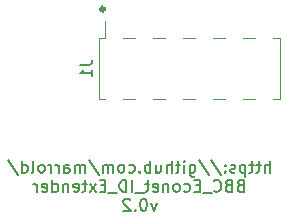
<source format=gbr>
%TF.GenerationSoftware,KiCad,Pcbnew,(6.0.11)*%
%TF.CreationDate,2024-01-05T00:58:30+00:00*%
%TF.ProjectId,Econet_ID_Extender_External,45636f6e-6574-45f4-9944-5f457874656e,rev?*%
%TF.SameCoordinates,Original*%
%TF.FileFunction,Legend,Bot*%
%TF.FilePolarity,Positive*%
%FSLAX46Y46*%
G04 Gerber Fmt 4.6, Leading zero omitted, Abs format (unit mm)*
G04 Created by KiCad (PCBNEW (6.0.11)) date 2024-01-05 00:58:30*
%MOMM*%
%LPD*%
G01*
G04 APERTURE LIST*
%ADD10C,0.341271*%
%ADD11C,0.200000*%
%ADD12C,0.150000*%
%ADD13C,0.120000*%
G04 APERTURE END LIST*
D10*
X141080635Y-86270000D02*
G75*
G03*
X141080635Y-86270000I-170635J0D01*
G01*
D11*
X155050000Y-100108162D02*
X155050000Y-99108162D01*
X154621428Y-100108162D02*
X154621428Y-99584353D01*
X154669047Y-99489115D01*
X154764285Y-99441496D01*
X154907142Y-99441496D01*
X155002380Y-99489115D01*
X155050000Y-99536734D01*
X154288095Y-99441496D02*
X153907142Y-99441496D01*
X154145238Y-99108162D02*
X154145238Y-99965305D01*
X154097619Y-100060543D01*
X154002380Y-100108162D01*
X153907142Y-100108162D01*
X153716666Y-99441496D02*
X153335714Y-99441496D01*
X153573809Y-99108162D02*
X153573809Y-99965305D01*
X153526190Y-100060543D01*
X153430952Y-100108162D01*
X153335714Y-100108162D01*
X153002380Y-99441496D02*
X153002380Y-100441496D01*
X153002380Y-99489115D02*
X152907142Y-99441496D01*
X152716666Y-99441496D01*
X152621428Y-99489115D01*
X152573809Y-99536734D01*
X152526190Y-99631972D01*
X152526190Y-99917686D01*
X152573809Y-100012924D01*
X152621428Y-100060543D01*
X152716666Y-100108162D01*
X152907142Y-100108162D01*
X153002380Y-100060543D01*
X152145238Y-100060543D02*
X152050000Y-100108162D01*
X151859523Y-100108162D01*
X151764285Y-100060543D01*
X151716666Y-99965305D01*
X151716666Y-99917686D01*
X151764285Y-99822448D01*
X151859523Y-99774829D01*
X152002380Y-99774829D01*
X152097619Y-99727210D01*
X152145238Y-99631972D01*
X152145238Y-99584353D01*
X152097619Y-99489115D01*
X152002380Y-99441496D01*
X151859523Y-99441496D01*
X151764285Y-99489115D01*
X151288095Y-100012924D02*
X151240476Y-100060543D01*
X151288095Y-100108162D01*
X151335714Y-100060543D01*
X151288095Y-100012924D01*
X151288095Y-100108162D01*
X151288095Y-99489115D02*
X151240476Y-99536734D01*
X151288095Y-99584353D01*
X151335714Y-99536734D01*
X151288095Y-99489115D01*
X151288095Y-99584353D01*
X150097619Y-99060543D02*
X150954761Y-100346258D01*
X149050000Y-99060543D02*
X149907142Y-100346258D01*
X148288095Y-99441496D02*
X148288095Y-100251020D01*
X148335714Y-100346258D01*
X148383333Y-100393877D01*
X148478571Y-100441496D01*
X148621428Y-100441496D01*
X148716666Y-100393877D01*
X148288095Y-100060543D02*
X148383333Y-100108162D01*
X148573809Y-100108162D01*
X148669047Y-100060543D01*
X148716666Y-100012924D01*
X148764285Y-99917686D01*
X148764285Y-99631972D01*
X148716666Y-99536734D01*
X148669047Y-99489115D01*
X148573809Y-99441496D01*
X148383333Y-99441496D01*
X148288095Y-99489115D01*
X147811904Y-100108162D02*
X147811904Y-99441496D01*
X147811904Y-99108162D02*
X147859523Y-99155782D01*
X147811904Y-99203401D01*
X147764285Y-99155782D01*
X147811904Y-99108162D01*
X147811904Y-99203401D01*
X147478571Y-99441496D02*
X147097619Y-99441496D01*
X147335714Y-99108162D02*
X147335714Y-99965305D01*
X147288095Y-100060543D01*
X147192857Y-100108162D01*
X147097619Y-100108162D01*
X146764285Y-100108162D02*
X146764285Y-99108162D01*
X146335714Y-100108162D02*
X146335714Y-99584353D01*
X146383333Y-99489115D01*
X146478571Y-99441496D01*
X146621428Y-99441496D01*
X146716666Y-99489115D01*
X146764285Y-99536734D01*
X145430952Y-99441496D02*
X145430952Y-100108162D01*
X145859523Y-99441496D02*
X145859523Y-99965305D01*
X145811904Y-100060543D01*
X145716666Y-100108162D01*
X145573809Y-100108162D01*
X145478571Y-100060543D01*
X145430952Y-100012924D01*
X144954761Y-100108162D02*
X144954761Y-99108162D01*
X144954761Y-99489115D02*
X144859523Y-99441496D01*
X144669047Y-99441496D01*
X144573809Y-99489115D01*
X144526190Y-99536734D01*
X144478571Y-99631972D01*
X144478571Y-99917686D01*
X144526190Y-100012924D01*
X144573809Y-100060543D01*
X144669047Y-100108162D01*
X144859523Y-100108162D01*
X144954761Y-100060543D01*
X144050000Y-100012924D02*
X144002380Y-100060543D01*
X144050000Y-100108162D01*
X144097619Y-100060543D01*
X144050000Y-100012924D01*
X144050000Y-100108162D01*
X143145238Y-100060543D02*
X143240476Y-100108162D01*
X143430952Y-100108162D01*
X143526190Y-100060543D01*
X143573809Y-100012924D01*
X143621428Y-99917686D01*
X143621428Y-99631972D01*
X143573809Y-99536734D01*
X143526190Y-99489115D01*
X143430952Y-99441496D01*
X143240476Y-99441496D01*
X143145238Y-99489115D01*
X142573809Y-100108162D02*
X142669047Y-100060543D01*
X142716666Y-100012924D01*
X142764285Y-99917686D01*
X142764285Y-99631972D01*
X142716666Y-99536734D01*
X142669047Y-99489115D01*
X142573809Y-99441496D01*
X142430952Y-99441496D01*
X142335714Y-99489115D01*
X142288095Y-99536734D01*
X142240476Y-99631972D01*
X142240476Y-99917686D01*
X142288095Y-100012924D01*
X142335714Y-100060543D01*
X142430952Y-100108162D01*
X142573809Y-100108162D01*
X141811904Y-100108162D02*
X141811904Y-99441496D01*
X141811904Y-99536734D02*
X141764285Y-99489115D01*
X141669047Y-99441496D01*
X141526190Y-99441496D01*
X141430952Y-99489115D01*
X141383333Y-99584353D01*
X141383333Y-100108162D01*
X141383333Y-99584353D02*
X141335714Y-99489115D01*
X141240476Y-99441496D01*
X141097619Y-99441496D01*
X141002380Y-99489115D01*
X140954761Y-99584353D01*
X140954761Y-100108162D01*
X139764285Y-99060543D02*
X140621428Y-100346258D01*
X139430952Y-100108162D02*
X139430952Y-99441496D01*
X139430952Y-99536734D02*
X139383333Y-99489115D01*
X139288095Y-99441496D01*
X139145238Y-99441496D01*
X139050000Y-99489115D01*
X139002380Y-99584353D01*
X139002380Y-100108162D01*
X139002380Y-99584353D02*
X138954761Y-99489115D01*
X138859523Y-99441496D01*
X138716666Y-99441496D01*
X138621428Y-99489115D01*
X138573809Y-99584353D01*
X138573809Y-100108162D01*
X137669047Y-100108162D02*
X137669047Y-99584353D01*
X137716666Y-99489115D01*
X137811904Y-99441496D01*
X138002380Y-99441496D01*
X138097619Y-99489115D01*
X137669047Y-100060543D02*
X137764285Y-100108162D01*
X138002380Y-100108162D01*
X138097619Y-100060543D01*
X138145238Y-99965305D01*
X138145238Y-99870067D01*
X138097619Y-99774829D01*
X138002380Y-99727210D01*
X137764285Y-99727210D01*
X137669047Y-99679591D01*
X137192857Y-100108162D02*
X137192857Y-99441496D01*
X137192857Y-99631972D02*
X137145238Y-99536734D01*
X137097619Y-99489115D01*
X137002380Y-99441496D01*
X136907142Y-99441496D01*
X136573809Y-100108162D02*
X136573809Y-99441496D01*
X136573809Y-99631972D02*
X136526190Y-99536734D01*
X136478571Y-99489115D01*
X136383333Y-99441496D01*
X136288095Y-99441496D01*
X135811904Y-100108162D02*
X135907142Y-100060543D01*
X135954761Y-100012924D01*
X136002380Y-99917686D01*
X136002380Y-99631972D01*
X135954761Y-99536734D01*
X135907142Y-99489115D01*
X135811904Y-99441496D01*
X135669047Y-99441496D01*
X135573809Y-99489115D01*
X135526190Y-99536734D01*
X135478571Y-99631972D01*
X135478571Y-99917686D01*
X135526190Y-100012924D01*
X135573809Y-100060543D01*
X135669047Y-100108162D01*
X135811904Y-100108162D01*
X134907142Y-100108162D02*
X135002380Y-100060543D01*
X135050000Y-99965305D01*
X135050000Y-99108162D01*
X134097619Y-100108162D02*
X134097619Y-99108162D01*
X134097619Y-100060543D02*
X134192857Y-100108162D01*
X134383333Y-100108162D01*
X134478571Y-100060543D01*
X134526190Y-100012924D01*
X134573809Y-99917686D01*
X134573809Y-99631972D01*
X134526190Y-99536734D01*
X134478571Y-99489115D01*
X134383333Y-99441496D01*
X134192857Y-99441496D01*
X134097619Y-99489115D01*
X132907142Y-99060543D02*
X133764285Y-100346258D01*
X152573809Y-101194353D02*
X152430952Y-101241972D01*
X152383333Y-101289591D01*
X152335714Y-101384829D01*
X152335714Y-101527686D01*
X152383333Y-101622924D01*
X152430952Y-101670543D01*
X152526190Y-101718162D01*
X152907142Y-101718162D01*
X152907142Y-100718162D01*
X152573809Y-100718162D01*
X152478571Y-100765782D01*
X152430952Y-100813401D01*
X152383333Y-100908639D01*
X152383333Y-101003877D01*
X152430952Y-101099115D01*
X152478571Y-101146734D01*
X152573809Y-101194353D01*
X152907142Y-101194353D01*
X151573809Y-101194353D02*
X151430952Y-101241972D01*
X151383333Y-101289591D01*
X151335714Y-101384829D01*
X151335714Y-101527686D01*
X151383333Y-101622924D01*
X151430952Y-101670543D01*
X151526190Y-101718162D01*
X151907142Y-101718162D01*
X151907142Y-100718162D01*
X151573809Y-100718162D01*
X151478571Y-100765782D01*
X151430952Y-100813401D01*
X151383333Y-100908639D01*
X151383333Y-101003877D01*
X151430952Y-101099115D01*
X151478571Y-101146734D01*
X151573809Y-101194353D01*
X151907142Y-101194353D01*
X150335714Y-101622924D02*
X150383333Y-101670543D01*
X150526190Y-101718162D01*
X150621428Y-101718162D01*
X150764285Y-101670543D01*
X150859523Y-101575305D01*
X150907142Y-101480067D01*
X150954761Y-101289591D01*
X150954761Y-101146734D01*
X150907142Y-100956258D01*
X150859523Y-100861020D01*
X150764285Y-100765782D01*
X150621428Y-100718162D01*
X150526190Y-100718162D01*
X150383333Y-100765782D01*
X150335714Y-100813401D01*
X150145238Y-101813401D02*
X149383333Y-101813401D01*
X149145238Y-101194353D02*
X148811904Y-101194353D01*
X148669047Y-101718162D02*
X149145238Y-101718162D01*
X149145238Y-100718162D01*
X148669047Y-100718162D01*
X147811904Y-101670543D02*
X147907142Y-101718162D01*
X148097619Y-101718162D01*
X148192857Y-101670543D01*
X148240476Y-101622924D01*
X148288095Y-101527686D01*
X148288095Y-101241972D01*
X148240476Y-101146734D01*
X148192857Y-101099115D01*
X148097619Y-101051496D01*
X147907142Y-101051496D01*
X147811904Y-101099115D01*
X147240476Y-101718162D02*
X147335714Y-101670543D01*
X147383333Y-101622924D01*
X147430952Y-101527686D01*
X147430952Y-101241972D01*
X147383333Y-101146734D01*
X147335714Y-101099115D01*
X147240476Y-101051496D01*
X147097619Y-101051496D01*
X147002380Y-101099115D01*
X146954761Y-101146734D01*
X146907142Y-101241972D01*
X146907142Y-101527686D01*
X146954761Y-101622924D01*
X147002380Y-101670543D01*
X147097619Y-101718162D01*
X147240476Y-101718162D01*
X146478571Y-101051496D02*
X146478571Y-101718162D01*
X146478571Y-101146734D02*
X146430952Y-101099115D01*
X146335714Y-101051496D01*
X146192857Y-101051496D01*
X146097619Y-101099115D01*
X146050000Y-101194353D01*
X146050000Y-101718162D01*
X145192857Y-101670543D02*
X145288095Y-101718162D01*
X145478571Y-101718162D01*
X145573809Y-101670543D01*
X145621428Y-101575305D01*
X145621428Y-101194353D01*
X145573809Y-101099115D01*
X145478571Y-101051496D01*
X145288095Y-101051496D01*
X145192857Y-101099115D01*
X145145238Y-101194353D01*
X145145238Y-101289591D01*
X145621428Y-101384829D01*
X144859523Y-101051496D02*
X144478571Y-101051496D01*
X144716666Y-100718162D02*
X144716666Y-101575305D01*
X144669047Y-101670543D01*
X144573809Y-101718162D01*
X144478571Y-101718162D01*
X144383333Y-101813401D02*
X143621428Y-101813401D01*
X143383333Y-101718162D02*
X143383333Y-100718162D01*
X142907142Y-101718162D02*
X142907142Y-100718162D01*
X142669047Y-100718162D01*
X142526190Y-100765782D01*
X142430952Y-100861020D01*
X142383333Y-100956258D01*
X142335714Y-101146734D01*
X142335714Y-101289591D01*
X142383333Y-101480067D01*
X142430952Y-101575305D01*
X142526190Y-101670543D01*
X142669047Y-101718162D01*
X142907142Y-101718162D01*
X142145238Y-101813401D02*
X141383333Y-101813401D01*
X141145238Y-101194353D02*
X140811904Y-101194353D01*
X140669047Y-101718162D02*
X141145238Y-101718162D01*
X141145238Y-100718162D01*
X140669047Y-100718162D01*
X140335714Y-101718162D02*
X139811904Y-101051496D01*
X140335714Y-101051496D02*
X139811904Y-101718162D01*
X139573809Y-101051496D02*
X139192857Y-101051496D01*
X139430952Y-100718162D02*
X139430952Y-101575305D01*
X139383333Y-101670543D01*
X139288095Y-101718162D01*
X139192857Y-101718162D01*
X138478571Y-101670543D02*
X138573809Y-101718162D01*
X138764285Y-101718162D01*
X138859523Y-101670543D01*
X138907142Y-101575305D01*
X138907142Y-101194353D01*
X138859523Y-101099115D01*
X138764285Y-101051496D01*
X138573809Y-101051496D01*
X138478571Y-101099115D01*
X138430952Y-101194353D01*
X138430952Y-101289591D01*
X138907142Y-101384829D01*
X138002380Y-101051496D02*
X138002380Y-101718162D01*
X138002380Y-101146734D02*
X137954761Y-101099115D01*
X137859523Y-101051496D01*
X137716666Y-101051496D01*
X137621428Y-101099115D01*
X137573809Y-101194353D01*
X137573809Y-101718162D01*
X136669047Y-101718162D02*
X136669047Y-100718162D01*
X136669047Y-101670543D02*
X136764285Y-101718162D01*
X136954761Y-101718162D01*
X137050000Y-101670543D01*
X137097619Y-101622924D01*
X137145238Y-101527686D01*
X137145238Y-101241972D01*
X137097619Y-101146734D01*
X137050000Y-101099115D01*
X136954761Y-101051496D01*
X136764285Y-101051496D01*
X136669047Y-101099115D01*
X135811904Y-101670543D02*
X135907142Y-101718162D01*
X136097619Y-101718162D01*
X136192857Y-101670543D01*
X136240476Y-101575305D01*
X136240476Y-101194353D01*
X136192857Y-101099115D01*
X136097619Y-101051496D01*
X135907142Y-101051496D01*
X135811904Y-101099115D01*
X135764285Y-101194353D01*
X135764285Y-101289591D01*
X136240476Y-101384829D01*
X135335714Y-101718162D02*
X135335714Y-101051496D01*
X135335714Y-101241972D02*
X135288095Y-101146734D01*
X135240476Y-101099115D01*
X135145238Y-101051496D01*
X135050000Y-101051496D01*
X145478571Y-102661496D02*
X145240476Y-103328162D01*
X145002380Y-102661496D01*
X144430952Y-102328162D02*
X144335714Y-102328162D01*
X144240476Y-102375782D01*
X144192857Y-102423401D01*
X144145238Y-102518639D01*
X144097619Y-102709115D01*
X144097619Y-102947210D01*
X144145238Y-103137686D01*
X144192857Y-103232924D01*
X144240476Y-103280543D01*
X144335714Y-103328162D01*
X144430952Y-103328162D01*
X144526190Y-103280543D01*
X144573809Y-103232924D01*
X144621428Y-103137686D01*
X144669047Y-102947210D01*
X144669047Y-102709115D01*
X144621428Y-102518639D01*
X144573809Y-102423401D01*
X144526190Y-102375782D01*
X144430952Y-102328162D01*
X143669047Y-103232924D02*
X143621428Y-103280543D01*
X143669047Y-103328162D01*
X143716666Y-103280543D01*
X143669047Y-103232924D01*
X143669047Y-103328162D01*
X143240476Y-102423401D02*
X143192857Y-102375782D01*
X143097619Y-102328162D01*
X142859523Y-102328162D01*
X142764285Y-102375782D01*
X142716666Y-102423401D01*
X142669047Y-102518639D01*
X142669047Y-102613877D01*
X142716666Y-102756734D01*
X143288095Y-103328162D01*
X142669047Y-103328162D01*
D12*
%TO.C,J1*%
X139035269Y-90965198D02*
X139749555Y-90965198D01*
X139892412Y-90917579D01*
X139987650Y-90822341D01*
X140035269Y-90679484D01*
X140035269Y-90584246D01*
X140035269Y-91965198D02*
X140035269Y-91393770D01*
X140035269Y-91679484D02*
X139035269Y-91679484D01*
X139178127Y-91584246D01*
X139273365Y-91489008D01*
X139320984Y-91393770D01*
D13*
X150292889Y-93898532D02*
X151312889Y-93898532D01*
X155372889Y-88698532D02*
X155942889Y-88698532D01*
X152832889Y-88698532D02*
X153852889Y-88698532D01*
X140582889Y-88698532D02*
X140582889Y-93898532D01*
X152832889Y-93898532D02*
X153852889Y-93898532D01*
X140582889Y-93898532D02*
X141152889Y-93898532D01*
X142672889Y-88698532D02*
X143692889Y-88698532D01*
X145212889Y-88698532D02*
X146232889Y-88698532D01*
X155372889Y-93898532D02*
X155942889Y-93898532D01*
X145212889Y-93898532D02*
X146232889Y-93898532D01*
X147752889Y-93898532D02*
X148772889Y-93898532D01*
X140582889Y-88698532D02*
X141152889Y-88698532D01*
X150292889Y-88698532D02*
X151312889Y-88698532D01*
X155942889Y-88698532D02*
X155942889Y-93898532D01*
X147752889Y-88698532D02*
X148772889Y-88698532D01*
X141152889Y-87258532D02*
X141152889Y-88698532D01*
X142672889Y-93898532D02*
X143692889Y-93898532D01*
%TD*%
M02*

</source>
